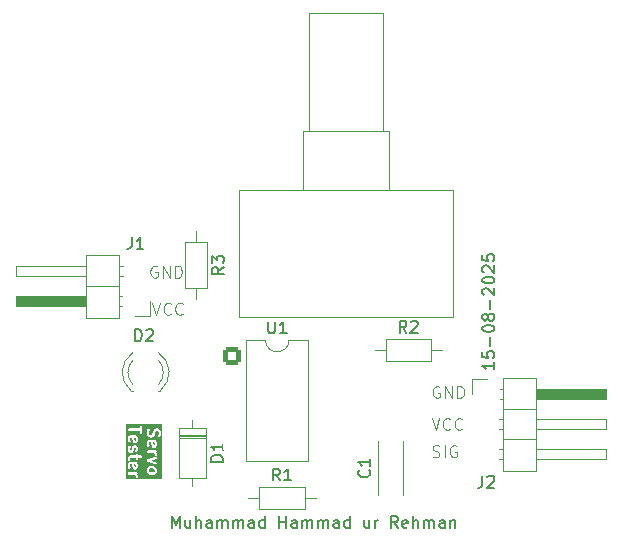
<source format=gto>
G04 #@! TF.GenerationSoftware,KiCad,Pcbnew,9.0.1*
G04 #@! TF.CreationDate,2025-08-17T13:01:09+05:00*
G04 #@! TF.ProjectId,servo_tester,73657276-6f5f-4746-9573-7465722e6b69,rev?*
G04 #@! TF.SameCoordinates,Original*
G04 #@! TF.FileFunction,Legend,Top*
G04 #@! TF.FilePolarity,Positive*
%FSLAX46Y46*%
G04 Gerber Fmt 4.6, Leading zero omitted, Abs format (unit mm)*
G04 Created by KiCad (PCBNEW 9.0.1) date 2025-08-17 13:01:09*
%MOMM*%
%LPD*%
G01*
G04 APERTURE LIST*
G04 Aperture macros list*
%AMRoundRect*
0 Rectangle with rounded corners*
0 $1 Rounding radius*
0 $2 $3 $4 $5 $6 $7 $8 $9 X,Y pos of 4 corners*
0 Add a 4 corners polygon primitive as box body*
4,1,4,$2,$3,$4,$5,$6,$7,$8,$9,$2,$3,0*
0 Add four circle primitives for the rounded corners*
1,1,$1+$1,$2,$3*
1,1,$1+$1,$4,$5*
1,1,$1+$1,$6,$7*
1,1,$1+$1,$8,$9*
0 Add four rect primitives between the rounded corners*
20,1,$1+$1,$2,$3,$4,$5,0*
20,1,$1+$1,$4,$5,$6,$7,0*
20,1,$1+$1,$6,$7,$8,$9,0*
20,1,$1+$1,$8,$9,$2,$3,0*%
G04 Aperture macros list end*
%ADD10C,0.200000*%
%ADD11C,0.100000*%
%ADD12C,0.150000*%
%ADD13C,0.120000*%
%ADD14C,1.400000*%
%ADD15O,1.400000X1.400000*%
%ADD16R,1.700000X1.700000*%
%ADD17C,1.700000*%
%ADD18R,1.600000X1.600000*%
%ADD19O,1.600000X1.600000*%
%ADD20RoundRect,0.250000X-0.550000X-0.550000X0.550000X-0.550000X0.550000X0.550000X-0.550000X0.550000X0*%
%ADD21C,1.600000*%
%ADD22R,1.800000X1.800000*%
%ADD23C,1.800000*%
%ADD24R,3.000000X3.000000*%
%ADD25C,3.000000*%
G04 APERTURE END LIST*
D10*
G36*
X133954917Y-100063139D02*
G01*
X133979586Y-100087807D01*
X134009391Y-100147417D01*
X134009391Y-100243060D01*
X133979586Y-100302669D01*
X133954917Y-100327337D01*
X133895308Y-100357143D01*
X133656808Y-100357143D01*
X133597198Y-100327338D01*
X133572527Y-100302667D01*
X133542724Y-100243060D01*
X133542724Y-100147416D01*
X133572527Y-100087809D01*
X133597198Y-100063138D01*
X133656808Y-100033334D01*
X133895308Y-100033334D01*
X133954917Y-100063139D01*
G37*
G36*
X132377292Y-99674536D02*
G01*
X132399447Y-99718845D01*
X132399447Y-99862107D01*
X132377292Y-99906415D01*
X132342391Y-99923866D01*
X132288094Y-99652381D01*
X132332983Y-99652381D01*
X132377292Y-99674536D01*
G37*
G36*
X133987236Y-97817393D02*
G01*
X134009391Y-97861702D01*
X134009391Y-98004964D01*
X133987236Y-98049272D01*
X133952335Y-98066723D01*
X133898038Y-97795238D01*
X133942927Y-97795238D01*
X133987236Y-97817393D01*
G37*
G36*
X132377292Y-97436440D02*
G01*
X132399447Y-97480749D01*
X132399447Y-97624011D01*
X132377292Y-97668319D01*
X132342391Y-97685770D01*
X132288094Y-97414285D01*
X132332983Y-97414285D01*
X132377292Y-97436440D01*
G37*
G36*
X134653835Y-100952047D02*
G01*
X131621669Y-100952047D01*
X131621669Y-100437634D01*
X131734701Y-100437634D01*
X131734701Y-100476652D01*
X131749633Y-100512700D01*
X131777223Y-100540290D01*
X131813271Y-100555222D01*
X131832780Y-100557143D01*
X132285364Y-100557143D01*
X132344973Y-100586948D01*
X132369642Y-100611616D01*
X132399447Y-100671226D01*
X132399447Y-100742857D01*
X132401368Y-100762366D01*
X132416300Y-100798414D01*
X132443890Y-100826004D01*
X132479938Y-100840936D01*
X132518956Y-100840936D01*
X132555004Y-100826004D01*
X132582594Y-100798414D01*
X132597526Y-100762366D01*
X132599447Y-100742857D01*
X132599447Y-100647619D01*
X132597526Y-100628110D01*
X132596150Y-100624789D01*
X132595896Y-100621206D01*
X132588890Y-100602897D01*
X132556725Y-100538568D01*
X132582594Y-100512700D01*
X132597526Y-100476652D01*
X132597526Y-100437634D01*
X132582594Y-100401586D01*
X132555004Y-100373996D01*
X132518956Y-100359064D01*
X132499447Y-100357143D01*
X131832780Y-100357143D01*
X131813271Y-100359064D01*
X131777223Y-100373996D01*
X131749633Y-100401586D01*
X131734701Y-100437634D01*
X131621669Y-100437634D01*
X131621669Y-99695238D01*
X131732780Y-99695238D01*
X131732780Y-99885714D01*
X131734701Y-99905223D01*
X131736076Y-99908542D01*
X131736331Y-99912128D01*
X131743338Y-99930436D01*
X131790958Y-100025674D01*
X131801401Y-100042265D01*
X131830878Y-100067829D01*
X131867894Y-100080167D01*
X131906814Y-100077401D01*
X131941712Y-100059952D01*
X131967277Y-100030475D01*
X131979615Y-99993459D01*
X131976849Y-99954539D01*
X131969842Y-99936230D01*
X131932780Y-99862107D01*
X131932780Y-99718844D01*
X131954934Y-99674536D01*
X131999245Y-99652381D01*
X132084134Y-99652381D01*
X132163273Y-100048077D01*
X132163273Y-100048080D01*
X132163274Y-100048082D01*
X132163294Y-100048182D01*
X132169004Y-100066936D01*
X132174455Y-100075076D01*
X132178205Y-100084128D01*
X132185206Y-100091129D01*
X132190715Y-100099355D01*
X132198866Y-100104789D01*
X132205795Y-100111718D01*
X132214942Y-100115507D01*
X132223180Y-100120999D01*
X132232790Y-100122900D01*
X132241843Y-100126650D01*
X132261352Y-100128571D01*
X132261457Y-100128571D01*
X132356590Y-100128571D01*
X132376099Y-100126650D01*
X132379419Y-100125274D01*
X132383003Y-100125020D01*
X132386165Y-100123810D01*
X133342724Y-100123810D01*
X133342724Y-100266667D01*
X133344645Y-100286176D01*
X133346020Y-100289495D01*
X133346275Y-100293081D01*
X133353282Y-100311389D01*
X133400902Y-100406627D01*
X133406186Y-100415022D01*
X133407197Y-100417462D01*
X133409450Y-100420207D01*
X133411345Y-100423218D01*
X133413341Y-100424949D01*
X133419633Y-100432616D01*
X133467252Y-100480234D01*
X133474918Y-100486526D01*
X133476651Y-100488524D01*
X133479659Y-100490417D01*
X133482405Y-100492671D01*
X133484845Y-100493681D01*
X133493242Y-100498967D01*
X133588479Y-100546586D01*
X133606788Y-100553592D01*
X133610371Y-100553846D01*
X133613692Y-100555222D01*
X133633201Y-100557143D01*
X133918915Y-100557143D01*
X133938424Y-100555222D01*
X133941744Y-100553846D01*
X133945328Y-100553592D01*
X133963636Y-100546586D01*
X134058874Y-100498967D01*
X134067270Y-100493681D01*
X134069710Y-100492671D01*
X134072456Y-100490417D01*
X134075464Y-100488524D01*
X134077193Y-100486529D01*
X134084864Y-100480235D01*
X134132482Y-100432616D01*
X134138774Y-100424949D01*
X134140772Y-100423217D01*
X134142665Y-100420208D01*
X134144919Y-100417463D01*
X134145929Y-100415022D01*
X134151215Y-100406626D01*
X134198834Y-100311389D01*
X134205840Y-100293080D01*
X134206094Y-100289496D01*
X134207470Y-100286176D01*
X134209391Y-100266667D01*
X134209391Y-100123810D01*
X134207470Y-100104301D01*
X134206094Y-100100980D01*
X134205840Y-100097397D01*
X134198834Y-100079088D01*
X134151215Y-99983851D01*
X134145929Y-99975454D01*
X134144919Y-99973014D01*
X134142665Y-99970268D01*
X134140772Y-99967260D01*
X134138774Y-99965527D01*
X134132482Y-99957861D01*
X134084864Y-99910242D01*
X134077193Y-99903947D01*
X134075464Y-99901953D01*
X134072456Y-99900059D01*
X134069710Y-99897806D01*
X134067270Y-99896795D01*
X134058874Y-99891510D01*
X133963636Y-99843891D01*
X133945328Y-99836885D01*
X133941744Y-99836630D01*
X133938424Y-99835255D01*
X133918915Y-99833334D01*
X133633201Y-99833334D01*
X133613692Y-99835255D01*
X133610371Y-99836630D01*
X133606788Y-99836885D01*
X133588479Y-99843891D01*
X133493242Y-99891510D01*
X133484845Y-99896795D01*
X133482405Y-99897806D01*
X133479659Y-99900059D01*
X133476651Y-99901953D01*
X133474918Y-99903950D01*
X133467252Y-99910243D01*
X133419633Y-99957861D01*
X133413341Y-99965527D01*
X133411345Y-99967259D01*
X133409450Y-99970269D01*
X133407197Y-99973015D01*
X133406186Y-99975454D01*
X133400902Y-99983850D01*
X133353282Y-100079088D01*
X133346275Y-100097396D01*
X133346020Y-100100981D01*
X133344645Y-100104301D01*
X133342724Y-100123810D01*
X132386165Y-100123810D01*
X132401311Y-100118014D01*
X132496549Y-100070395D01*
X132499812Y-100068341D01*
X132501351Y-100067828D01*
X132503267Y-100066165D01*
X132513139Y-100059952D01*
X132521352Y-100050481D01*
X132530828Y-100042264D01*
X132537042Y-100032390D01*
X132538704Y-100030475D01*
X132539216Y-100028936D01*
X132541271Y-100025673D01*
X132588890Y-99930436D01*
X132595896Y-99912127D01*
X132596150Y-99908543D01*
X132597526Y-99905223D01*
X132599447Y-99885714D01*
X132599447Y-99695238D01*
X132597526Y-99675729D01*
X132596150Y-99672408D01*
X132595896Y-99668825D01*
X132588890Y-99650516D01*
X132541271Y-99555279D01*
X132539216Y-99552015D01*
X132538704Y-99550477D01*
X132537042Y-99548561D01*
X132530828Y-99538688D01*
X132521352Y-99530470D01*
X132513139Y-99521000D01*
X132503267Y-99514786D01*
X132501351Y-99513124D01*
X132499812Y-99512610D01*
X132496549Y-99510557D01*
X132401311Y-99462938D01*
X132383003Y-99455932D01*
X132379419Y-99455677D01*
X132376099Y-99454302D01*
X132356590Y-99452381D01*
X131975638Y-99452381D01*
X131956129Y-99454302D01*
X131952808Y-99455677D01*
X131949225Y-99455932D01*
X131930916Y-99462938D01*
X131835679Y-99510557D01*
X131832417Y-99512609D01*
X131830878Y-99513123D01*
X131828960Y-99514785D01*
X131819088Y-99521000D01*
X131810873Y-99530472D01*
X131801401Y-99538687D01*
X131795186Y-99548559D01*
X131793524Y-99550477D01*
X131793010Y-99552016D01*
X131790958Y-99555278D01*
X131743338Y-99650516D01*
X131736331Y-99668824D01*
X131736076Y-99672409D01*
X131734701Y-99675729D01*
X131732780Y-99695238D01*
X131621669Y-99695238D01*
X131621669Y-99171428D01*
X131732780Y-99171428D01*
X131732780Y-99266666D01*
X131734701Y-99286175D01*
X131749633Y-99322223D01*
X131777223Y-99349813D01*
X131813271Y-99364745D01*
X131852289Y-99364745D01*
X131888337Y-99349813D01*
X131915927Y-99322223D01*
X131930859Y-99286175D01*
X131932780Y-99266666D01*
X131932780Y-99195034D01*
X131954934Y-99150726D01*
X131999245Y-99128571D01*
X132399447Y-99128571D01*
X132399447Y-99266666D01*
X132401368Y-99286175D01*
X132416300Y-99322223D01*
X132443890Y-99349813D01*
X132479938Y-99364745D01*
X132518956Y-99364745D01*
X132555004Y-99349813D01*
X132557527Y-99347290D01*
X133343797Y-99347290D01*
X133344523Y-99361905D01*
X133343797Y-99376520D01*
X133345485Y-99381248D01*
X133345735Y-99386260D01*
X133351996Y-99399478D01*
X133356920Y-99413265D01*
X133360290Y-99416987D01*
X133362438Y-99421522D01*
X133373286Y-99431342D01*
X133383107Y-99442191D01*
X133387641Y-99444338D01*
X133391364Y-99447709D01*
X133409090Y-99456079D01*
X134075757Y-99694174D01*
X134094776Y-99698927D01*
X134133746Y-99696989D01*
X134169008Y-99680286D01*
X134195194Y-99651360D01*
X134208317Y-99614615D01*
X134206380Y-99575645D01*
X134189676Y-99540383D01*
X134160751Y-99514196D01*
X134143024Y-99505826D01*
X133740045Y-99361905D01*
X134143024Y-99217984D01*
X134160751Y-99209614D01*
X134189676Y-99183427D01*
X134206380Y-99148165D01*
X134208317Y-99109195D01*
X134195194Y-99072450D01*
X134169008Y-99043524D01*
X134133746Y-99026821D01*
X134094776Y-99024883D01*
X134075757Y-99029636D01*
X133409090Y-99267731D01*
X133391364Y-99276101D01*
X133387641Y-99279471D01*
X133383107Y-99281619D01*
X133373286Y-99292467D01*
X133362438Y-99302288D01*
X133360290Y-99306822D01*
X133356920Y-99310545D01*
X133351996Y-99324331D01*
X133345735Y-99337550D01*
X133345485Y-99342561D01*
X133343797Y-99347290D01*
X132557527Y-99347290D01*
X132582594Y-99322223D01*
X132597526Y-99286175D01*
X132599447Y-99266666D01*
X132599447Y-99128571D01*
X132832780Y-99128571D01*
X132852289Y-99126650D01*
X132888337Y-99111718D01*
X132915927Y-99084128D01*
X132930859Y-99048080D01*
X132930859Y-99009062D01*
X132915927Y-98973014D01*
X132888337Y-98945424D01*
X132852289Y-98930492D01*
X132832780Y-98928571D01*
X132599447Y-98928571D01*
X132599447Y-98885714D01*
X132597526Y-98866205D01*
X132582594Y-98830157D01*
X132555004Y-98802567D01*
X132518956Y-98787635D01*
X132479938Y-98787635D01*
X132443890Y-98802567D01*
X132416300Y-98830157D01*
X132401368Y-98866205D01*
X132399447Y-98885714D01*
X132399447Y-98928571D01*
X131975638Y-98928571D01*
X131956129Y-98930492D01*
X131952808Y-98931867D01*
X131949225Y-98932122D01*
X131930916Y-98939128D01*
X131835679Y-98986747D01*
X131832417Y-98988799D01*
X131830878Y-98989313D01*
X131828960Y-98990975D01*
X131819088Y-98997190D01*
X131810873Y-99006662D01*
X131801401Y-99014877D01*
X131795186Y-99024749D01*
X131793524Y-99026667D01*
X131793010Y-99028206D01*
X131790958Y-99031468D01*
X131743338Y-99126706D01*
X131736331Y-99145014D01*
X131736076Y-99148599D01*
X131734701Y-99151919D01*
X131732780Y-99171428D01*
X131621669Y-99171428D01*
X131621669Y-98266666D01*
X131732780Y-98266666D01*
X131732780Y-98457142D01*
X131734701Y-98476651D01*
X131736076Y-98479970D01*
X131736331Y-98483556D01*
X131743338Y-98501864D01*
X131790958Y-98597102D01*
X131793010Y-98600363D01*
X131793524Y-98601903D01*
X131795186Y-98603820D01*
X131801401Y-98613693D01*
X131810873Y-98621907D01*
X131819088Y-98631380D01*
X131828960Y-98637594D01*
X131830878Y-98639257D01*
X131832417Y-98639770D01*
X131835679Y-98641823D01*
X131930916Y-98689442D01*
X131949225Y-98696448D01*
X131952808Y-98696702D01*
X131956129Y-98698078D01*
X131975638Y-98699999D01*
X132023257Y-98699999D01*
X132042766Y-98698078D01*
X132046086Y-98696702D01*
X132049670Y-98696448D01*
X132067978Y-98689442D01*
X132163216Y-98641823D01*
X132166479Y-98639769D01*
X132168018Y-98639256D01*
X132169934Y-98637593D01*
X132179806Y-98631380D01*
X132188019Y-98621909D01*
X132197495Y-98613692D01*
X132203709Y-98603818D01*
X132205371Y-98601903D01*
X132205883Y-98600364D01*
X132207938Y-98597101D01*
X132255557Y-98501864D01*
X132262563Y-98483555D01*
X132262817Y-98479971D01*
X132264193Y-98476651D01*
X132266114Y-98457142D01*
X132266114Y-98337892D01*
X132288269Y-98293582D01*
X132332578Y-98271428D01*
X132332983Y-98271428D01*
X132377292Y-98293583D01*
X132399447Y-98337892D01*
X132399447Y-98433535D01*
X132362385Y-98507659D01*
X132355379Y-98525967D01*
X132352613Y-98564887D01*
X132364952Y-98601903D01*
X132390516Y-98631380D01*
X132425415Y-98648829D01*
X132464335Y-98651595D01*
X132501351Y-98639256D01*
X132530828Y-98613692D01*
X132541271Y-98597101D01*
X132549576Y-98580491D01*
X133344645Y-98580491D01*
X133344645Y-98619509D01*
X133359577Y-98655557D01*
X133387167Y-98683147D01*
X133423215Y-98698079D01*
X133442724Y-98700000D01*
X133895308Y-98700000D01*
X133954917Y-98729805D01*
X133979586Y-98754473D01*
X134009391Y-98814083D01*
X134009391Y-98885714D01*
X134011312Y-98905223D01*
X134026244Y-98941271D01*
X134053834Y-98968861D01*
X134089882Y-98983793D01*
X134128900Y-98983793D01*
X134164948Y-98968861D01*
X134192538Y-98941271D01*
X134207470Y-98905223D01*
X134209391Y-98885714D01*
X134209391Y-98790476D01*
X134207470Y-98770967D01*
X134206094Y-98767646D01*
X134205840Y-98764063D01*
X134198834Y-98745754D01*
X134166669Y-98681425D01*
X134192538Y-98655557D01*
X134207470Y-98619509D01*
X134207470Y-98580491D01*
X134192538Y-98544443D01*
X134164948Y-98516853D01*
X134128900Y-98501921D01*
X134109391Y-98500000D01*
X133442724Y-98500000D01*
X133423215Y-98501921D01*
X133387167Y-98516853D01*
X133359577Y-98544443D01*
X133344645Y-98580491D01*
X132549576Y-98580491D01*
X132588890Y-98501864D01*
X132595896Y-98483555D01*
X132596150Y-98479971D01*
X132597526Y-98476651D01*
X132599447Y-98457142D01*
X132599447Y-98314285D01*
X132597526Y-98294776D01*
X132596150Y-98291455D01*
X132595896Y-98287872D01*
X132588890Y-98269563D01*
X132541271Y-98174326D01*
X132539216Y-98171062D01*
X132538704Y-98169524D01*
X132537042Y-98167608D01*
X132530828Y-98157735D01*
X132521352Y-98149517D01*
X132513139Y-98140047D01*
X132503267Y-98133833D01*
X132501351Y-98132171D01*
X132499812Y-98131657D01*
X132496549Y-98129604D01*
X132401311Y-98081985D01*
X132383003Y-98074979D01*
X132379419Y-98074724D01*
X132376099Y-98073349D01*
X132356590Y-98071428D01*
X132308971Y-98071428D01*
X132289462Y-98073349D01*
X132286141Y-98074724D01*
X132282558Y-98074979D01*
X132264249Y-98081985D01*
X132169012Y-98129604D01*
X132165748Y-98131658D01*
X132164210Y-98132171D01*
X132162294Y-98133832D01*
X132152421Y-98140047D01*
X132144203Y-98149522D01*
X132134733Y-98157736D01*
X132128519Y-98167607D01*
X132126857Y-98169524D01*
X132126343Y-98171062D01*
X132124290Y-98174326D01*
X132076671Y-98269564D01*
X132069665Y-98287872D01*
X132069410Y-98291455D01*
X132068035Y-98294776D01*
X132066114Y-98314285D01*
X132066114Y-98433535D01*
X132043959Y-98477843D01*
X131999650Y-98499999D01*
X131999245Y-98499999D01*
X131954934Y-98477843D01*
X131932780Y-98433535D01*
X131932780Y-98290272D01*
X131969842Y-98216150D01*
X131976849Y-98197841D01*
X131979615Y-98158921D01*
X131967277Y-98121905D01*
X131941712Y-98092428D01*
X131906814Y-98074979D01*
X131867894Y-98072213D01*
X131830878Y-98084551D01*
X131801401Y-98110115D01*
X131790958Y-98126706D01*
X131743338Y-98221944D01*
X131736331Y-98240252D01*
X131736076Y-98243837D01*
X131734701Y-98247157D01*
X131732780Y-98266666D01*
X131621669Y-98266666D01*
X131621669Y-97457142D01*
X131732780Y-97457142D01*
X131732780Y-97647618D01*
X131734701Y-97667127D01*
X131736076Y-97670446D01*
X131736331Y-97674032D01*
X131743338Y-97692340D01*
X131790958Y-97787578D01*
X131801401Y-97804169D01*
X131830878Y-97829733D01*
X131867894Y-97842071D01*
X131906814Y-97839305D01*
X131941712Y-97821856D01*
X131967277Y-97792379D01*
X131979615Y-97755363D01*
X131976849Y-97716443D01*
X131969842Y-97698134D01*
X131932780Y-97624011D01*
X131932780Y-97480748D01*
X131954934Y-97436440D01*
X131999245Y-97414285D01*
X132084134Y-97414285D01*
X132163273Y-97809981D01*
X132163273Y-97809984D01*
X132163274Y-97809986D01*
X132163294Y-97810086D01*
X132169004Y-97828840D01*
X132174455Y-97836980D01*
X132178205Y-97846032D01*
X132185206Y-97853033D01*
X132190715Y-97861259D01*
X132198866Y-97866693D01*
X132205795Y-97873622D01*
X132214942Y-97877411D01*
X132223180Y-97882903D01*
X132232790Y-97884804D01*
X132241843Y-97888554D01*
X132261352Y-97890475D01*
X132261457Y-97890475D01*
X132356590Y-97890475D01*
X132376099Y-97888554D01*
X132379419Y-97887178D01*
X132383003Y-97886924D01*
X132401311Y-97879918D01*
X132484957Y-97838095D01*
X133342724Y-97838095D01*
X133342724Y-98028571D01*
X133344645Y-98048080D01*
X133346020Y-98051399D01*
X133346275Y-98054985D01*
X133353282Y-98073293D01*
X133400902Y-98168531D01*
X133411345Y-98185122D01*
X133440822Y-98210686D01*
X133477838Y-98223024D01*
X133516758Y-98220258D01*
X133551656Y-98202809D01*
X133577221Y-98173332D01*
X133589559Y-98136316D01*
X133586793Y-98097396D01*
X133579786Y-98079087D01*
X133542724Y-98004964D01*
X133542724Y-97861701D01*
X133564878Y-97817393D01*
X133609189Y-97795238D01*
X133694078Y-97795238D01*
X133773217Y-98190934D01*
X133773217Y-98190937D01*
X133773218Y-98190939D01*
X133773238Y-98191039D01*
X133778948Y-98209793D01*
X133784399Y-98217933D01*
X133788149Y-98226985D01*
X133795150Y-98233986D01*
X133800659Y-98242212D01*
X133808810Y-98247646D01*
X133815739Y-98254575D01*
X133824886Y-98258364D01*
X133833124Y-98263856D01*
X133842734Y-98265757D01*
X133851787Y-98269507D01*
X133871296Y-98271428D01*
X133871401Y-98271428D01*
X133966534Y-98271428D01*
X133986043Y-98269507D01*
X133989363Y-98268131D01*
X133992947Y-98267877D01*
X134011255Y-98260871D01*
X134106493Y-98213252D01*
X134109756Y-98211198D01*
X134111295Y-98210685D01*
X134113211Y-98209022D01*
X134123083Y-98202809D01*
X134131296Y-98193338D01*
X134140772Y-98185121D01*
X134146986Y-98175247D01*
X134148648Y-98173332D01*
X134149160Y-98171793D01*
X134151215Y-98168530D01*
X134198834Y-98073293D01*
X134205840Y-98054984D01*
X134206094Y-98051400D01*
X134207470Y-98048080D01*
X134209391Y-98028571D01*
X134209391Y-97838095D01*
X134207470Y-97818586D01*
X134206094Y-97815265D01*
X134205840Y-97811682D01*
X134198834Y-97793373D01*
X134151215Y-97698136D01*
X134149160Y-97694872D01*
X134148648Y-97693334D01*
X134146986Y-97691418D01*
X134140772Y-97681545D01*
X134131296Y-97673327D01*
X134123083Y-97663857D01*
X134113211Y-97657643D01*
X134111295Y-97655981D01*
X134109756Y-97655467D01*
X134106493Y-97653414D01*
X134011255Y-97605795D01*
X133992947Y-97598789D01*
X133989363Y-97598534D01*
X133986043Y-97597159D01*
X133966534Y-97595238D01*
X133585582Y-97595238D01*
X133566073Y-97597159D01*
X133562752Y-97598534D01*
X133559169Y-97598789D01*
X133540860Y-97605795D01*
X133445623Y-97653414D01*
X133442361Y-97655466D01*
X133440822Y-97655980D01*
X133438904Y-97657642D01*
X133429032Y-97663857D01*
X133420817Y-97673329D01*
X133411345Y-97681544D01*
X133405130Y-97691416D01*
X133403468Y-97693334D01*
X133402954Y-97694873D01*
X133400902Y-97698135D01*
X133353282Y-97793373D01*
X133346275Y-97811681D01*
X133346020Y-97815266D01*
X133344645Y-97818586D01*
X133342724Y-97838095D01*
X132484957Y-97838095D01*
X132496549Y-97832299D01*
X132499812Y-97830245D01*
X132501351Y-97829732D01*
X132503267Y-97828069D01*
X132513139Y-97821856D01*
X132521352Y-97812385D01*
X132530828Y-97804168D01*
X132537042Y-97794294D01*
X132538704Y-97792379D01*
X132539216Y-97790840D01*
X132541271Y-97787577D01*
X132588890Y-97692340D01*
X132595896Y-97674031D01*
X132596150Y-97670447D01*
X132597526Y-97667127D01*
X132599447Y-97647618D01*
X132599447Y-97457142D01*
X132597526Y-97437633D01*
X132596150Y-97434312D01*
X132595896Y-97430729D01*
X132588890Y-97412420D01*
X132541271Y-97317183D01*
X132539216Y-97313919D01*
X132538704Y-97312381D01*
X132537042Y-97310465D01*
X132530828Y-97300592D01*
X132521352Y-97292374D01*
X132513139Y-97282904D01*
X132503267Y-97276690D01*
X132501351Y-97275028D01*
X132499812Y-97274514D01*
X132496549Y-97272461D01*
X132401311Y-97224842D01*
X132383003Y-97217836D01*
X132379419Y-97217581D01*
X132376099Y-97216206D01*
X132356590Y-97214285D01*
X131975638Y-97214285D01*
X131956129Y-97216206D01*
X131952808Y-97217581D01*
X131949225Y-97217836D01*
X131930916Y-97224842D01*
X131835679Y-97272461D01*
X131832417Y-97274513D01*
X131830878Y-97275027D01*
X131828960Y-97276689D01*
X131819088Y-97282904D01*
X131810873Y-97292376D01*
X131801401Y-97300591D01*
X131795186Y-97310463D01*
X131793524Y-97312381D01*
X131793010Y-97313920D01*
X131790958Y-97317182D01*
X131743338Y-97412420D01*
X131736331Y-97430728D01*
X131736076Y-97434313D01*
X131734701Y-97437633D01*
X131732780Y-97457142D01*
X131621669Y-97457142D01*
X131621669Y-96723347D01*
X131734701Y-96723347D01*
X131734701Y-96762365D01*
X131749633Y-96798413D01*
X131777223Y-96826003D01*
X131813271Y-96840935D01*
X131832780Y-96842856D01*
X132732780Y-96842856D01*
X132732780Y-97028570D01*
X132734701Y-97048079D01*
X132749633Y-97084127D01*
X132777223Y-97111717D01*
X132813271Y-97126649D01*
X132852289Y-97126649D01*
X132888337Y-97111717D01*
X132915927Y-97084127D01*
X132930859Y-97048079D01*
X132932780Y-97028570D01*
X132932780Y-96885714D01*
X133342724Y-96885714D01*
X133342724Y-97123809D01*
X133344645Y-97143318D01*
X133346020Y-97146637D01*
X133346275Y-97150223D01*
X133353282Y-97168531D01*
X133400902Y-97263769D01*
X133406186Y-97272164D01*
X133407197Y-97274604D01*
X133409450Y-97277349D01*
X133411345Y-97280360D01*
X133413341Y-97282091D01*
X133419633Y-97289758D01*
X133467252Y-97337376D01*
X133474918Y-97343668D01*
X133476651Y-97345666D01*
X133479659Y-97347559D01*
X133482405Y-97349813D01*
X133484845Y-97350823D01*
X133493242Y-97356109D01*
X133588479Y-97403728D01*
X133606788Y-97410734D01*
X133610371Y-97410988D01*
X133613692Y-97412364D01*
X133633201Y-97414285D01*
X133728439Y-97414285D01*
X133747948Y-97412364D01*
X133751268Y-97410988D01*
X133754852Y-97410734D01*
X133773160Y-97403728D01*
X133868398Y-97356109D01*
X133876794Y-97350823D01*
X133879234Y-97349813D01*
X133881980Y-97347559D01*
X133884988Y-97345666D01*
X133886717Y-97343671D01*
X133894388Y-97337377D01*
X133942006Y-97289758D01*
X133948298Y-97282091D01*
X133950296Y-97280359D01*
X133952189Y-97277350D01*
X133954443Y-97274605D01*
X133955453Y-97272164D01*
X133960739Y-97263768D01*
X134008358Y-97168531D01*
X134008904Y-97167102D01*
X134009334Y-97166523D01*
X134012255Y-97158346D01*
X134015364Y-97150222D01*
X134015415Y-97149501D01*
X134015929Y-97148063D01*
X134060885Y-96968237D01*
X134096339Y-96897330D01*
X134121007Y-96872661D01*
X134180617Y-96842857D01*
X134228641Y-96842857D01*
X134288250Y-96872662D01*
X134312919Y-96897330D01*
X134342724Y-96956940D01*
X134342724Y-97155201D01*
X134300237Y-97282662D01*
X134295890Y-97301778D01*
X134298656Y-97340698D01*
X134316106Y-97375597D01*
X134345582Y-97401162D01*
X134382598Y-97413500D01*
X134421518Y-97410734D01*
X134456417Y-97393284D01*
X134481982Y-97363808D01*
X134489973Y-97345908D01*
X134537592Y-97203051D01*
X134539791Y-97193378D01*
X134540803Y-97190937D01*
X134541151Y-97187399D01*
X134541939Y-97183936D01*
X134541751Y-97181301D01*
X134542724Y-97171428D01*
X134542724Y-96933333D01*
X134540803Y-96913824D01*
X134539427Y-96910503D01*
X134539173Y-96906920D01*
X134532167Y-96888611D01*
X134484548Y-96793374D01*
X134479262Y-96784977D01*
X134478252Y-96782537D01*
X134475998Y-96779791D01*
X134474105Y-96776783D01*
X134472107Y-96775050D01*
X134465815Y-96767384D01*
X134418197Y-96719765D01*
X134410526Y-96713470D01*
X134408797Y-96711476D01*
X134405789Y-96709582D01*
X134403043Y-96707329D01*
X134400603Y-96706318D01*
X134392207Y-96701033D01*
X134296969Y-96653414D01*
X134278661Y-96646408D01*
X134275077Y-96646153D01*
X134271757Y-96644778D01*
X134252248Y-96642857D01*
X134157010Y-96642857D01*
X134137501Y-96644778D01*
X134134180Y-96646153D01*
X134130597Y-96646408D01*
X134112288Y-96653414D01*
X134017051Y-96701033D01*
X134008654Y-96706318D01*
X134006214Y-96707329D01*
X134003468Y-96709582D01*
X134000460Y-96711476D01*
X133998727Y-96713473D01*
X133991061Y-96719766D01*
X133943442Y-96767384D01*
X133937147Y-96775054D01*
X133935153Y-96776784D01*
X133933259Y-96779791D01*
X133931006Y-96782538D01*
X133929995Y-96784977D01*
X133924710Y-96793374D01*
X133877091Y-96888612D01*
X133876545Y-96890038D01*
X133876115Y-96890619D01*
X133873193Y-96898795D01*
X133870085Y-96906920D01*
X133870033Y-96907642D01*
X133869520Y-96909080D01*
X133824563Y-97088904D01*
X133789110Y-97159811D01*
X133764441Y-97184479D01*
X133704832Y-97214285D01*
X133656808Y-97214285D01*
X133597198Y-97184480D01*
X133572527Y-97159809D01*
X133542724Y-97100202D01*
X133542724Y-96901941D01*
X133585212Y-96774480D01*
X133589559Y-96755365D01*
X133586793Y-96716445D01*
X133569344Y-96681546D01*
X133539868Y-96655981D01*
X133502852Y-96643642D01*
X133463932Y-96646408D01*
X133429033Y-96663857D01*
X133403468Y-96693333D01*
X133395476Y-96711233D01*
X133347856Y-96854091D01*
X133345656Y-96863763D01*
X133344645Y-96866205D01*
X133344296Y-96869742D01*
X133343509Y-96873206D01*
X133343696Y-96875840D01*
X133342724Y-96885714D01*
X132932780Y-96885714D01*
X132932780Y-96457142D01*
X132930859Y-96437633D01*
X132915927Y-96401585D01*
X132888337Y-96373995D01*
X132852289Y-96359063D01*
X132813271Y-96359063D01*
X132777223Y-96373995D01*
X132749633Y-96401585D01*
X132734701Y-96437633D01*
X132732780Y-96457142D01*
X132732780Y-96642856D01*
X131832780Y-96642856D01*
X131813271Y-96644777D01*
X131777223Y-96659709D01*
X131749633Y-96687299D01*
X131734701Y-96723347D01*
X131621669Y-96723347D01*
X131621669Y-96247952D01*
X134653835Y-96247952D01*
X134653835Y-100952047D01*
G37*
D11*
X157461027Y-95762475D02*
X157794360Y-96762475D01*
X157794360Y-96762475D02*
X158127693Y-95762475D01*
X159032455Y-96667236D02*
X158984836Y-96714856D01*
X158984836Y-96714856D02*
X158841979Y-96762475D01*
X158841979Y-96762475D02*
X158746741Y-96762475D01*
X158746741Y-96762475D02*
X158603884Y-96714856D01*
X158603884Y-96714856D02*
X158508646Y-96619617D01*
X158508646Y-96619617D02*
X158461027Y-96524379D01*
X158461027Y-96524379D02*
X158413408Y-96333903D01*
X158413408Y-96333903D02*
X158413408Y-96191046D01*
X158413408Y-96191046D02*
X158461027Y-96000570D01*
X158461027Y-96000570D02*
X158508646Y-95905332D01*
X158508646Y-95905332D02*
X158603884Y-95810094D01*
X158603884Y-95810094D02*
X158746741Y-95762475D01*
X158746741Y-95762475D02*
X158841979Y-95762475D01*
X158841979Y-95762475D02*
X158984836Y-95810094D01*
X158984836Y-95810094D02*
X159032455Y-95857713D01*
X160032455Y-96667236D02*
X159984836Y-96714856D01*
X159984836Y-96714856D02*
X159841979Y-96762475D01*
X159841979Y-96762475D02*
X159746741Y-96762475D01*
X159746741Y-96762475D02*
X159603884Y-96714856D01*
X159603884Y-96714856D02*
X159508646Y-96619617D01*
X159508646Y-96619617D02*
X159461027Y-96524379D01*
X159461027Y-96524379D02*
X159413408Y-96333903D01*
X159413408Y-96333903D02*
X159413408Y-96191046D01*
X159413408Y-96191046D02*
X159461027Y-96000570D01*
X159461027Y-96000570D02*
X159508646Y-95905332D01*
X159508646Y-95905332D02*
X159603884Y-95810094D01*
X159603884Y-95810094D02*
X159746741Y-95762475D01*
X159746741Y-95762475D02*
X159841979Y-95762475D01*
X159841979Y-95762475D02*
X159984836Y-95810094D01*
X159984836Y-95810094D02*
X160032455Y-95857713D01*
X158127693Y-93120038D02*
X158032455Y-93072419D01*
X158032455Y-93072419D02*
X157889598Y-93072419D01*
X157889598Y-93072419D02*
X157746741Y-93120038D01*
X157746741Y-93120038D02*
X157651503Y-93215276D01*
X157651503Y-93215276D02*
X157603884Y-93310514D01*
X157603884Y-93310514D02*
X157556265Y-93500990D01*
X157556265Y-93500990D02*
X157556265Y-93643847D01*
X157556265Y-93643847D02*
X157603884Y-93834323D01*
X157603884Y-93834323D02*
X157651503Y-93929561D01*
X157651503Y-93929561D02*
X157746741Y-94024800D01*
X157746741Y-94024800D02*
X157889598Y-94072419D01*
X157889598Y-94072419D02*
X157984836Y-94072419D01*
X157984836Y-94072419D02*
X158127693Y-94024800D01*
X158127693Y-94024800D02*
X158175312Y-93977180D01*
X158175312Y-93977180D02*
X158175312Y-93643847D01*
X158175312Y-93643847D02*
X157984836Y-93643847D01*
X158603884Y-94072419D02*
X158603884Y-93072419D01*
X158603884Y-93072419D02*
X159175312Y-94072419D01*
X159175312Y-94072419D02*
X159175312Y-93072419D01*
X159651503Y-94072419D02*
X159651503Y-93072419D01*
X159651503Y-93072419D02*
X159889598Y-93072419D01*
X159889598Y-93072419D02*
X160032455Y-93120038D01*
X160032455Y-93120038D02*
X160127693Y-93215276D01*
X160127693Y-93215276D02*
X160175312Y-93310514D01*
X160175312Y-93310514D02*
X160222931Y-93500990D01*
X160222931Y-93500990D02*
X160222931Y-93643847D01*
X160222931Y-93643847D02*
X160175312Y-93834323D01*
X160175312Y-93834323D02*
X160127693Y-93929561D01*
X160127693Y-93929561D02*
X160032455Y-94024800D01*
X160032455Y-94024800D02*
X159889598Y-94072419D01*
X159889598Y-94072419D02*
X159651503Y-94072419D01*
D12*
X162769819Y-91039411D02*
X162769819Y-91610839D01*
X162769819Y-91325125D02*
X161769819Y-91325125D01*
X161769819Y-91325125D02*
X161912676Y-91420363D01*
X161912676Y-91420363D02*
X162007914Y-91515601D01*
X162007914Y-91515601D02*
X162055533Y-91610839D01*
X161769819Y-90134649D02*
X161769819Y-90610839D01*
X161769819Y-90610839D02*
X162246009Y-90658458D01*
X162246009Y-90658458D02*
X162198390Y-90610839D01*
X162198390Y-90610839D02*
X162150771Y-90515601D01*
X162150771Y-90515601D02*
X162150771Y-90277506D01*
X162150771Y-90277506D02*
X162198390Y-90182268D01*
X162198390Y-90182268D02*
X162246009Y-90134649D01*
X162246009Y-90134649D02*
X162341247Y-90087030D01*
X162341247Y-90087030D02*
X162579342Y-90087030D01*
X162579342Y-90087030D02*
X162674580Y-90134649D01*
X162674580Y-90134649D02*
X162722200Y-90182268D01*
X162722200Y-90182268D02*
X162769819Y-90277506D01*
X162769819Y-90277506D02*
X162769819Y-90515601D01*
X162769819Y-90515601D02*
X162722200Y-90610839D01*
X162722200Y-90610839D02*
X162674580Y-90658458D01*
X162388866Y-89658458D02*
X162388866Y-88896554D01*
X161769819Y-88229887D02*
X161769819Y-88134649D01*
X161769819Y-88134649D02*
X161817438Y-88039411D01*
X161817438Y-88039411D02*
X161865057Y-87991792D01*
X161865057Y-87991792D02*
X161960295Y-87944173D01*
X161960295Y-87944173D02*
X162150771Y-87896554D01*
X162150771Y-87896554D02*
X162388866Y-87896554D01*
X162388866Y-87896554D02*
X162579342Y-87944173D01*
X162579342Y-87944173D02*
X162674580Y-87991792D01*
X162674580Y-87991792D02*
X162722200Y-88039411D01*
X162722200Y-88039411D02*
X162769819Y-88134649D01*
X162769819Y-88134649D02*
X162769819Y-88229887D01*
X162769819Y-88229887D02*
X162722200Y-88325125D01*
X162722200Y-88325125D02*
X162674580Y-88372744D01*
X162674580Y-88372744D02*
X162579342Y-88420363D01*
X162579342Y-88420363D02*
X162388866Y-88467982D01*
X162388866Y-88467982D02*
X162150771Y-88467982D01*
X162150771Y-88467982D02*
X161960295Y-88420363D01*
X161960295Y-88420363D02*
X161865057Y-88372744D01*
X161865057Y-88372744D02*
X161817438Y-88325125D01*
X161817438Y-88325125D02*
X161769819Y-88229887D01*
X162198390Y-87325125D02*
X162150771Y-87420363D01*
X162150771Y-87420363D02*
X162103152Y-87467982D01*
X162103152Y-87467982D02*
X162007914Y-87515601D01*
X162007914Y-87515601D02*
X161960295Y-87515601D01*
X161960295Y-87515601D02*
X161865057Y-87467982D01*
X161865057Y-87467982D02*
X161817438Y-87420363D01*
X161817438Y-87420363D02*
X161769819Y-87325125D01*
X161769819Y-87325125D02*
X161769819Y-87134649D01*
X161769819Y-87134649D02*
X161817438Y-87039411D01*
X161817438Y-87039411D02*
X161865057Y-86991792D01*
X161865057Y-86991792D02*
X161960295Y-86944173D01*
X161960295Y-86944173D02*
X162007914Y-86944173D01*
X162007914Y-86944173D02*
X162103152Y-86991792D01*
X162103152Y-86991792D02*
X162150771Y-87039411D01*
X162150771Y-87039411D02*
X162198390Y-87134649D01*
X162198390Y-87134649D02*
X162198390Y-87325125D01*
X162198390Y-87325125D02*
X162246009Y-87420363D01*
X162246009Y-87420363D02*
X162293628Y-87467982D01*
X162293628Y-87467982D02*
X162388866Y-87515601D01*
X162388866Y-87515601D02*
X162579342Y-87515601D01*
X162579342Y-87515601D02*
X162674580Y-87467982D01*
X162674580Y-87467982D02*
X162722200Y-87420363D01*
X162722200Y-87420363D02*
X162769819Y-87325125D01*
X162769819Y-87325125D02*
X162769819Y-87134649D01*
X162769819Y-87134649D02*
X162722200Y-87039411D01*
X162722200Y-87039411D02*
X162674580Y-86991792D01*
X162674580Y-86991792D02*
X162579342Y-86944173D01*
X162579342Y-86944173D02*
X162388866Y-86944173D01*
X162388866Y-86944173D02*
X162293628Y-86991792D01*
X162293628Y-86991792D02*
X162246009Y-87039411D01*
X162246009Y-87039411D02*
X162198390Y-87134649D01*
X162388866Y-86515601D02*
X162388866Y-85753697D01*
X161865057Y-85325125D02*
X161817438Y-85277506D01*
X161817438Y-85277506D02*
X161769819Y-85182268D01*
X161769819Y-85182268D02*
X161769819Y-84944173D01*
X161769819Y-84944173D02*
X161817438Y-84848935D01*
X161817438Y-84848935D02*
X161865057Y-84801316D01*
X161865057Y-84801316D02*
X161960295Y-84753697D01*
X161960295Y-84753697D02*
X162055533Y-84753697D01*
X162055533Y-84753697D02*
X162198390Y-84801316D01*
X162198390Y-84801316D02*
X162769819Y-85372744D01*
X162769819Y-85372744D02*
X162769819Y-84753697D01*
X161769819Y-84134649D02*
X161769819Y-84039411D01*
X161769819Y-84039411D02*
X161817438Y-83944173D01*
X161817438Y-83944173D02*
X161865057Y-83896554D01*
X161865057Y-83896554D02*
X161960295Y-83848935D01*
X161960295Y-83848935D02*
X162150771Y-83801316D01*
X162150771Y-83801316D02*
X162388866Y-83801316D01*
X162388866Y-83801316D02*
X162579342Y-83848935D01*
X162579342Y-83848935D02*
X162674580Y-83896554D01*
X162674580Y-83896554D02*
X162722200Y-83944173D01*
X162722200Y-83944173D02*
X162769819Y-84039411D01*
X162769819Y-84039411D02*
X162769819Y-84134649D01*
X162769819Y-84134649D02*
X162722200Y-84229887D01*
X162722200Y-84229887D02*
X162674580Y-84277506D01*
X162674580Y-84277506D02*
X162579342Y-84325125D01*
X162579342Y-84325125D02*
X162388866Y-84372744D01*
X162388866Y-84372744D02*
X162150771Y-84372744D01*
X162150771Y-84372744D02*
X161960295Y-84325125D01*
X161960295Y-84325125D02*
X161865057Y-84277506D01*
X161865057Y-84277506D02*
X161817438Y-84229887D01*
X161817438Y-84229887D02*
X161769819Y-84134649D01*
X161865057Y-83420363D02*
X161817438Y-83372744D01*
X161817438Y-83372744D02*
X161769819Y-83277506D01*
X161769819Y-83277506D02*
X161769819Y-83039411D01*
X161769819Y-83039411D02*
X161817438Y-82944173D01*
X161817438Y-82944173D02*
X161865057Y-82896554D01*
X161865057Y-82896554D02*
X161960295Y-82848935D01*
X161960295Y-82848935D02*
X162055533Y-82848935D01*
X162055533Y-82848935D02*
X162198390Y-82896554D01*
X162198390Y-82896554D02*
X162769819Y-83467982D01*
X162769819Y-83467982D02*
X162769819Y-82848935D01*
X161769819Y-81944173D02*
X161769819Y-82420363D01*
X161769819Y-82420363D02*
X162246009Y-82467982D01*
X162246009Y-82467982D02*
X162198390Y-82420363D01*
X162198390Y-82420363D02*
X162150771Y-82325125D01*
X162150771Y-82325125D02*
X162150771Y-82087030D01*
X162150771Y-82087030D02*
X162198390Y-81991792D01*
X162198390Y-81991792D02*
X162246009Y-81944173D01*
X162246009Y-81944173D02*
X162341247Y-81896554D01*
X162341247Y-81896554D02*
X162579342Y-81896554D01*
X162579342Y-81896554D02*
X162674580Y-81944173D01*
X162674580Y-81944173D02*
X162722200Y-81991792D01*
X162722200Y-81991792D02*
X162769819Y-82087030D01*
X162769819Y-82087030D02*
X162769819Y-82325125D01*
X162769819Y-82325125D02*
X162722200Y-82420363D01*
X162722200Y-82420363D02*
X162674580Y-82467982D01*
D11*
X133816027Y-86017419D02*
X134149360Y-87017419D01*
X134149360Y-87017419D02*
X134482693Y-86017419D01*
X135387455Y-86922180D02*
X135339836Y-86969800D01*
X135339836Y-86969800D02*
X135196979Y-87017419D01*
X135196979Y-87017419D02*
X135101741Y-87017419D01*
X135101741Y-87017419D02*
X134958884Y-86969800D01*
X134958884Y-86969800D02*
X134863646Y-86874561D01*
X134863646Y-86874561D02*
X134816027Y-86779323D01*
X134816027Y-86779323D02*
X134768408Y-86588847D01*
X134768408Y-86588847D02*
X134768408Y-86445990D01*
X134768408Y-86445990D02*
X134816027Y-86255514D01*
X134816027Y-86255514D02*
X134863646Y-86160276D01*
X134863646Y-86160276D02*
X134958884Y-86065038D01*
X134958884Y-86065038D02*
X135101741Y-86017419D01*
X135101741Y-86017419D02*
X135196979Y-86017419D01*
X135196979Y-86017419D02*
X135339836Y-86065038D01*
X135339836Y-86065038D02*
X135387455Y-86112657D01*
X136387455Y-86922180D02*
X136339836Y-86969800D01*
X136339836Y-86969800D02*
X136196979Y-87017419D01*
X136196979Y-87017419D02*
X136101741Y-87017419D01*
X136101741Y-87017419D02*
X135958884Y-86969800D01*
X135958884Y-86969800D02*
X135863646Y-86874561D01*
X135863646Y-86874561D02*
X135816027Y-86779323D01*
X135816027Y-86779323D02*
X135768408Y-86588847D01*
X135768408Y-86588847D02*
X135768408Y-86445990D01*
X135768408Y-86445990D02*
X135816027Y-86255514D01*
X135816027Y-86255514D02*
X135863646Y-86160276D01*
X135863646Y-86160276D02*
X135958884Y-86065038D01*
X135958884Y-86065038D02*
X136101741Y-86017419D01*
X136101741Y-86017419D02*
X136196979Y-86017419D01*
X136196979Y-86017419D02*
X136339836Y-86065038D01*
X136339836Y-86065038D02*
X136387455Y-86112657D01*
X134227693Y-82920038D02*
X134132455Y-82872419D01*
X134132455Y-82872419D02*
X133989598Y-82872419D01*
X133989598Y-82872419D02*
X133846741Y-82920038D01*
X133846741Y-82920038D02*
X133751503Y-83015276D01*
X133751503Y-83015276D02*
X133703884Y-83110514D01*
X133703884Y-83110514D02*
X133656265Y-83300990D01*
X133656265Y-83300990D02*
X133656265Y-83443847D01*
X133656265Y-83443847D02*
X133703884Y-83634323D01*
X133703884Y-83634323D02*
X133751503Y-83729561D01*
X133751503Y-83729561D02*
X133846741Y-83824800D01*
X133846741Y-83824800D02*
X133989598Y-83872419D01*
X133989598Y-83872419D02*
X134084836Y-83872419D01*
X134084836Y-83872419D02*
X134227693Y-83824800D01*
X134227693Y-83824800D02*
X134275312Y-83777180D01*
X134275312Y-83777180D02*
X134275312Y-83443847D01*
X134275312Y-83443847D02*
X134084836Y-83443847D01*
X134703884Y-83872419D02*
X134703884Y-82872419D01*
X134703884Y-82872419D02*
X135275312Y-83872419D01*
X135275312Y-83872419D02*
X135275312Y-82872419D01*
X135751503Y-83872419D02*
X135751503Y-82872419D01*
X135751503Y-82872419D02*
X135989598Y-82872419D01*
X135989598Y-82872419D02*
X136132455Y-82920038D01*
X136132455Y-82920038D02*
X136227693Y-83015276D01*
X136227693Y-83015276D02*
X136275312Y-83110514D01*
X136275312Y-83110514D02*
X136322931Y-83300990D01*
X136322931Y-83300990D02*
X136322931Y-83443847D01*
X136322931Y-83443847D02*
X136275312Y-83634323D01*
X136275312Y-83634323D02*
X136227693Y-83729561D01*
X136227693Y-83729561D02*
X136132455Y-83824800D01*
X136132455Y-83824800D02*
X135989598Y-83872419D01*
X135989598Y-83872419D02*
X135751503Y-83872419D01*
X157556265Y-99024800D02*
X157699122Y-99072419D01*
X157699122Y-99072419D02*
X157937217Y-99072419D01*
X157937217Y-99072419D02*
X158032455Y-99024800D01*
X158032455Y-99024800D02*
X158080074Y-98977180D01*
X158080074Y-98977180D02*
X158127693Y-98881942D01*
X158127693Y-98881942D02*
X158127693Y-98786704D01*
X158127693Y-98786704D02*
X158080074Y-98691466D01*
X158080074Y-98691466D02*
X158032455Y-98643847D01*
X158032455Y-98643847D02*
X157937217Y-98596228D01*
X157937217Y-98596228D02*
X157746741Y-98548609D01*
X157746741Y-98548609D02*
X157651503Y-98500990D01*
X157651503Y-98500990D02*
X157603884Y-98453371D01*
X157603884Y-98453371D02*
X157556265Y-98358133D01*
X157556265Y-98358133D02*
X157556265Y-98262895D01*
X157556265Y-98262895D02*
X157603884Y-98167657D01*
X157603884Y-98167657D02*
X157651503Y-98120038D01*
X157651503Y-98120038D02*
X157746741Y-98072419D01*
X157746741Y-98072419D02*
X157984836Y-98072419D01*
X157984836Y-98072419D02*
X158127693Y-98120038D01*
X158556265Y-99072419D02*
X158556265Y-98072419D01*
X159556264Y-98120038D02*
X159461026Y-98072419D01*
X159461026Y-98072419D02*
X159318169Y-98072419D01*
X159318169Y-98072419D02*
X159175312Y-98120038D01*
X159175312Y-98120038D02*
X159080074Y-98215276D01*
X159080074Y-98215276D02*
X159032455Y-98310514D01*
X159032455Y-98310514D02*
X158984836Y-98500990D01*
X158984836Y-98500990D02*
X158984836Y-98643847D01*
X158984836Y-98643847D02*
X159032455Y-98834323D01*
X159032455Y-98834323D02*
X159080074Y-98929561D01*
X159080074Y-98929561D02*
X159175312Y-99024800D01*
X159175312Y-99024800D02*
X159318169Y-99072419D01*
X159318169Y-99072419D02*
X159413407Y-99072419D01*
X159413407Y-99072419D02*
X159556264Y-99024800D01*
X159556264Y-99024800D02*
X159603883Y-98977180D01*
X159603883Y-98977180D02*
X159603883Y-98643847D01*
X159603883Y-98643847D02*
X159413407Y-98643847D01*
D10*
X135469673Y-105067219D02*
X135469673Y-104067219D01*
X135469673Y-104067219D02*
X135803006Y-104781504D01*
X135803006Y-104781504D02*
X136136339Y-104067219D01*
X136136339Y-104067219D02*
X136136339Y-105067219D01*
X137041101Y-104400552D02*
X137041101Y-105067219D01*
X136612530Y-104400552D02*
X136612530Y-104924361D01*
X136612530Y-104924361D02*
X136660149Y-105019600D01*
X136660149Y-105019600D02*
X136755387Y-105067219D01*
X136755387Y-105067219D02*
X136898244Y-105067219D01*
X136898244Y-105067219D02*
X136993482Y-105019600D01*
X136993482Y-105019600D02*
X137041101Y-104971980D01*
X137517292Y-105067219D02*
X137517292Y-104067219D01*
X137945863Y-105067219D02*
X137945863Y-104543409D01*
X137945863Y-104543409D02*
X137898244Y-104448171D01*
X137898244Y-104448171D02*
X137803006Y-104400552D01*
X137803006Y-104400552D02*
X137660149Y-104400552D01*
X137660149Y-104400552D02*
X137564911Y-104448171D01*
X137564911Y-104448171D02*
X137517292Y-104495790D01*
X138850625Y-105067219D02*
X138850625Y-104543409D01*
X138850625Y-104543409D02*
X138803006Y-104448171D01*
X138803006Y-104448171D02*
X138707768Y-104400552D01*
X138707768Y-104400552D02*
X138517292Y-104400552D01*
X138517292Y-104400552D02*
X138422054Y-104448171D01*
X138850625Y-105019600D02*
X138755387Y-105067219D01*
X138755387Y-105067219D02*
X138517292Y-105067219D01*
X138517292Y-105067219D02*
X138422054Y-105019600D01*
X138422054Y-105019600D02*
X138374435Y-104924361D01*
X138374435Y-104924361D02*
X138374435Y-104829123D01*
X138374435Y-104829123D02*
X138422054Y-104733885D01*
X138422054Y-104733885D02*
X138517292Y-104686266D01*
X138517292Y-104686266D02*
X138755387Y-104686266D01*
X138755387Y-104686266D02*
X138850625Y-104638647D01*
X139326816Y-105067219D02*
X139326816Y-104400552D01*
X139326816Y-104495790D02*
X139374435Y-104448171D01*
X139374435Y-104448171D02*
X139469673Y-104400552D01*
X139469673Y-104400552D02*
X139612530Y-104400552D01*
X139612530Y-104400552D02*
X139707768Y-104448171D01*
X139707768Y-104448171D02*
X139755387Y-104543409D01*
X139755387Y-104543409D02*
X139755387Y-105067219D01*
X139755387Y-104543409D02*
X139803006Y-104448171D01*
X139803006Y-104448171D02*
X139898244Y-104400552D01*
X139898244Y-104400552D02*
X140041101Y-104400552D01*
X140041101Y-104400552D02*
X140136340Y-104448171D01*
X140136340Y-104448171D02*
X140183959Y-104543409D01*
X140183959Y-104543409D02*
X140183959Y-105067219D01*
X140660149Y-105067219D02*
X140660149Y-104400552D01*
X140660149Y-104495790D02*
X140707768Y-104448171D01*
X140707768Y-104448171D02*
X140803006Y-104400552D01*
X140803006Y-104400552D02*
X140945863Y-104400552D01*
X140945863Y-104400552D02*
X141041101Y-104448171D01*
X141041101Y-104448171D02*
X141088720Y-104543409D01*
X141088720Y-104543409D02*
X141088720Y-105067219D01*
X141088720Y-104543409D02*
X141136339Y-104448171D01*
X141136339Y-104448171D02*
X141231577Y-104400552D01*
X141231577Y-104400552D02*
X141374434Y-104400552D01*
X141374434Y-104400552D02*
X141469673Y-104448171D01*
X141469673Y-104448171D02*
X141517292Y-104543409D01*
X141517292Y-104543409D02*
X141517292Y-105067219D01*
X142422053Y-105067219D02*
X142422053Y-104543409D01*
X142422053Y-104543409D02*
X142374434Y-104448171D01*
X142374434Y-104448171D02*
X142279196Y-104400552D01*
X142279196Y-104400552D02*
X142088720Y-104400552D01*
X142088720Y-104400552D02*
X141993482Y-104448171D01*
X142422053Y-105019600D02*
X142326815Y-105067219D01*
X142326815Y-105067219D02*
X142088720Y-105067219D01*
X142088720Y-105067219D02*
X141993482Y-105019600D01*
X141993482Y-105019600D02*
X141945863Y-104924361D01*
X141945863Y-104924361D02*
X141945863Y-104829123D01*
X141945863Y-104829123D02*
X141993482Y-104733885D01*
X141993482Y-104733885D02*
X142088720Y-104686266D01*
X142088720Y-104686266D02*
X142326815Y-104686266D01*
X142326815Y-104686266D02*
X142422053Y-104638647D01*
X143326815Y-105067219D02*
X143326815Y-104067219D01*
X143326815Y-105019600D02*
X143231577Y-105067219D01*
X143231577Y-105067219D02*
X143041101Y-105067219D01*
X143041101Y-105067219D02*
X142945863Y-105019600D01*
X142945863Y-105019600D02*
X142898244Y-104971980D01*
X142898244Y-104971980D02*
X142850625Y-104876742D01*
X142850625Y-104876742D02*
X142850625Y-104591028D01*
X142850625Y-104591028D02*
X142898244Y-104495790D01*
X142898244Y-104495790D02*
X142945863Y-104448171D01*
X142945863Y-104448171D02*
X143041101Y-104400552D01*
X143041101Y-104400552D02*
X143231577Y-104400552D01*
X143231577Y-104400552D02*
X143326815Y-104448171D01*
X144564911Y-105067219D02*
X144564911Y-104067219D01*
X144564911Y-104543409D02*
X145136339Y-104543409D01*
X145136339Y-105067219D02*
X145136339Y-104067219D01*
X146041101Y-105067219D02*
X146041101Y-104543409D01*
X146041101Y-104543409D02*
X145993482Y-104448171D01*
X145993482Y-104448171D02*
X145898244Y-104400552D01*
X145898244Y-104400552D02*
X145707768Y-104400552D01*
X145707768Y-104400552D02*
X145612530Y-104448171D01*
X146041101Y-105019600D02*
X145945863Y-105067219D01*
X145945863Y-105067219D02*
X145707768Y-105067219D01*
X145707768Y-105067219D02*
X145612530Y-105019600D01*
X145612530Y-105019600D02*
X145564911Y-104924361D01*
X145564911Y-104924361D02*
X145564911Y-104829123D01*
X145564911Y-104829123D02*
X145612530Y-104733885D01*
X145612530Y-104733885D02*
X145707768Y-104686266D01*
X145707768Y-104686266D02*
X145945863Y-104686266D01*
X145945863Y-104686266D02*
X146041101Y-104638647D01*
X146517292Y-105067219D02*
X146517292Y-104400552D01*
X146517292Y-104495790D02*
X146564911Y-104448171D01*
X146564911Y-104448171D02*
X146660149Y-104400552D01*
X146660149Y-104400552D02*
X146803006Y-104400552D01*
X146803006Y-104400552D02*
X146898244Y-104448171D01*
X146898244Y-104448171D02*
X146945863Y-104543409D01*
X146945863Y-104543409D02*
X146945863Y-105067219D01*
X146945863Y-104543409D02*
X146993482Y-104448171D01*
X146993482Y-104448171D02*
X147088720Y-104400552D01*
X147088720Y-104400552D02*
X147231577Y-104400552D01*
X147231577Y-104400552D02*
X147326816Y-104448171D01*
X147326816Y-104448171D02*
X147374435Y-104543409D01*
X147374435Y-104543409D02*
X147374435Y-105067219D01*
X147850625Y-105067219D02*
X147850625Y-104400552D01*
X147850625Y-104495790D02*
X147898244Y-104448171D01*
X147898244Y-104448171D02*
X147993482Y-104400552D01*
X147993482Y-104400552D02*
X148136339Y-104400552D01*
X148136339Y-104400552D02*
X148231577Y-104448171D01*
X148231577Y-104448171D02*
X148279196Y-104543409D01*
X148279196Y-104543409D02*
X148279196Y-105067219D01*
X148279196Y-104543409D02*
X148326815Y-104448171D01*
X148326815Y-104448171D02*
X148422053Y-104400552D01*
X148422053Y-104400552D02*
X148564910Y-104400552D01*
X148564910Y-104400552D02*
X148660149Y-104448171D01*
X148660149Y-104448171D02*
X148707768Y-104543409D01*
X148707768Y-104543409D02*
X148707768Y-105067219D01*
X149612529Y-105067219D02*
X149612529Y-104543409D01*
X149612529Y-104543409D02*
X149564910Y-104448171D01*
X149564910Y-104448171D02*
X149469672Y-104400552D01*
X149469672Y-104400552D02*
X149279196Y-104400552D01*
X149279196Y-104400552D02*
X149183958Y-104448171D01*
X149612529Y-105019600D02*
X149517291Y-105067219D01*
X149517291Y-105067219D02*
X149279196Y-105067219D01*
X149279196Y-105067219D02*
X149183958Y-105019600D01*
X149183958Y-105019600D02*
X149136339Y-104924361D01*
X149136339Y-104924361D02*
X149136339Y-104829123D01*
X149136339Y-104829123D02*
X149183958Y-104733885D01*
X149183958Y-104733885D02*
X149279196Y-104686266D01*
X149279196Y-104686266D02*
X149517291Y-104686266D01*
X149517291Y-104686266D02*
X149612529Y-104638647D01*
X150517291Y-105067219D02*
X150517291Y-104067219D01*
X150517291Y-105019600D02*
X150422053Y-105067219D01*
X150422053Y-105067219D02*
X150231577Y-105067219D01*
X150231577Y-105067219D02*
X150136339Y-105019600D01*
X150136339Y-105019600D02*
X150088720Y-104971980D01*
X150088720Y-104971980D02*
X150041101Y-104876742D01*
X150041101Y-104876742D02*
X150041101Y-104591028D01*
X150041101Y-104591028D02*
X150088720Y-104495790D01*
X150088720Y-104495790D02*
X150136339Y-104448171D01*
X150136339Y-104448171D02*
X150231577Y-104400552D01*
X150231577Y-104400552D02*
X150422053Y-104400552D01*
X150422053Y-104400552D02*
X150517291Y-104448171D01*
X152183958Y-104400552D02*
X152183958Y-105067219D01*
X151755387Y-104400552D02*
X151755387Y-104924361D01*
X151755387Y-104924361D02*
X151803006Y-105019600D01*
X151803006Y-105019600D02*
X151898244Y-105067219D01*
X151898244Y-105067219D02*
X152041101Y-105067219D01*
X152041101Y-105067219D02*
X152136339Y-105019600D01*
X152136339Y-105019600D02*
X152183958Y-104971980D01*
X152660149Y-105067219D02*
X152660149Y-104400552D01*
X152660149Y-104591028D02*
X152707768Y-104495790D01*
X152707768Y-104495790D02*
X152755387Y-104448171D01*
X152755387Y-104448171D02*
X152850625Y-104400552D01*
X152850625Y-104400552D02*
X152945863Y-104400552D01*
X154612530Y-105067219D02*
X154279197Y-104591028D01*
X154041102Y-105067219D02*
X154041102Y-104067219D01*
X154041102Y-104067219D02*
X154422054Y-104067219D01*
X154422054Y-104067219D02*
X154517292Y-104114838D01*
X154517292Y-104114838D02*
X154564911Y-104162457D01*
X154564911Y-104162457D02*
X154612530Y-104257695D01*
X154612530Y-104257695D02*
X154612530Y-104400552D01*
X154612530Y-104400552D02*
X154564911Y-104495790D01*
X154564911Y-104495790D02*
X154517292Y-104543409D01*
X154517292Y-104543409D02*
X154422054Y-104591028D01*
X154422054Y-104591028D02*
X154041102Y-104591028D01*
X155422054Y-105019600D02*
X155326816Y-105067219D01*
X155326816Y-105067219D02*
X155136340Y-105067219D01*
X155136340Y-105067219D02*
X155041102Y-105019600D01*
X155041102Y-105019600D02*
X154993483Y-104924361D01*
X154993483Y-104924361D02*
X154993483Y-104543409D01*
X154993483Y-104543409D02*
X155041102Y-104448171D01*
X155041102Y-104448171D02*
X155136340Y-104400552D01*
X155136340Y-104400552D02*
X155326816Y-104400552D01*
X155326816Y-104400552D02*
X155422054Y-104448171D01*
X155422054Y-104448171D02*
X155469673Y-104543409D01*
X155469673Y-104543409D02*
X155469673Y-104638647D01*
X155469673Y-104638647D02*
X154993483Y-104733885D01*
X155898245Y-105067219D02*
X155898245Y-104067219D01*
X156326816Y-105067219D02*
X156326816Y-104543409D01*
X156326816Y-104543409D02*
X156279197Y-104448171D01*
X156279197Y-104448171D02*
X156183959Y-104400552D01*
X156183959Y-104400552D02*
X156041102Y-104400552D01*
X156041102Y-104400552D02*
X155945864Y-104448171D01*
X155945864Y-104448171D02*
X155898245Y-104495790D01*
X156803007Y-105067219D02*
X156803007Y-104400552D01*
X156803007Y-104495790D02*
X156850626Y-104448171D01*
X156850626Y-104448171D02*
X156945864Y-104400552D01*
X156945864Y-104400552D02*
X157088721Y-104400552D01*
X157088721Y-104400552D02*
X157183959Y-104448171D01*
X157183959Y-104448171D02*
X157231578Y-104543409D01*
X157231578Y-104543409D02*
X157231578Y-105067219D01*
X157231578Y-104543409D02*
X157279197Y-104448171D01*
X157279197Y-104448171D02*
X157374435Y-104400552D01*
X157374435Y-104400552D02*
X157517292Y-104400552D01*
X157517292Y-104400552D02*
X157612531Y-104448171D01*
X157612531Y-104448171D02*
X157660150Y-104543409D01*
X157660150Y-104543409D02*
X157660150Y-105067219D01*
X158564911Y-105067219D02*
X158564911Y-104543409D01*
X158564911Y-104543409D02*
X158517292Y-104448171D01*
X158517292Y-104448171D02*
X158422054Y-104400552D01*
X158422054Y-104400552D02*
X158231578Y-104400552D01*
X158231578Y-104400552D02*
X158136340Y-104448171D01*
X158564911Y-105019600D02*
X158469673Y-105067219D01*
X158469673Y-105067219D02*
X158231578Y-105067219D01*
X158231578Y-105067219D02*
X158136340Y-105019600D01*
X158136340Y-105019600D02*
X158088721Y-104924361D01*
X158088721Y-104924361D02*
X158088721Y-104829123D01*
X158088721Y-104829123D02*
X158136340Y-104733885D01*
X158136340Y-104733885D02*
X158231578Y-104686266D01*
X158231578Y-104686266D02*
X158469673Y-104686266D01*
X158469673Y-104686266D02*
X158564911Y-104638647D01*
X159041102Y-104400552D02*
X159041102Y-105067219D01*
X159041102Y-104495790D02*
X159088721Y-104448171D01*
X159088721Y-104448171D02*
X159183959Y-104400552D01*
X159183959Y-104400552D02*
X159326816Y-104400552D01*
X159326816Y-104400552D02*
X159422054Y-104448171D01*
X159422054Y-104448171D02*
X159469673Y-104543409D01*
X159469673Y-104543409D02*
X159469673Y-105067219D01*
D12*
X144623333Y-101044819D02*
X144290000Y-100568628D01*
X144051905Y-101044819D02*
X144051905Y-100044819D01*
X144051905Y-100044819D02*
X144432857Y-100044819D01*
X144432857Y-100044819D02*
X144528095Y-100092438D01*
X144528095Y-100092438D02*
X144575714Y-100140057D01*
X144575714Y-100140057D02*
X144623333Y-100235295D01*
X144623333Y-100235295D02*
X144623333Y-100378152D01*
X144623333Y-100378152D02*
X144575714Y-100473390D01*
X144575714Y-100473390D02*
X144528095Y-100521009D01*
X144528095Y-100521009D02*
X144432857Y-100568628D01*
X144432857Y-100568628D02*
X144051905Y-100568628D01*
X145575714Y-101044819D02*
X145004286Y-101044819D01*
X145290000Y-101044819D02*
X145290000Y-100044819D01*
X145290000Y-100044819D02*
X145194762Y-100187676D01*
X145194762Y-100187676D02*
X145099524Y-100282914D01*
X145099524Y-100282914D02*
X145004286Y-100330533D01*
X161766666Y-100654819D02*
X161766666Y-101369104D01*
X161766666Y-101369104D02*
X161719047Y-101511961D01*
X161719047Y-101511961D02*
X161623809Y-101607200D01*
X161623809Y-101607200D02*
X161480952Y-101654819D01*
X161480952Y-101654819D02*
X161385714Y-101654819D01*
X162195238Y-100750057D02*
X162242857Y-100702438D01*
X162242857Y-100702438D02*
X162338095Y-100654819D01*
X162338095Y-100654819D02*
X162576190Y-100654819D01*
X162576190Y-100654819D02*
X162671428Y-100702438D01*
X162671428Y-100702438D02*
X162719047Y-100750057D01*
X162719047Y-100750057D02*
X162766666Y-100845295D01*
X162766666Y-100845295D02*
X162766666Y-100940533D01*
X162766666Y-100940533D02*
X162719047Y-101083390D01*
X162719047Y-101083390D02*
X162147619Y-101654819D01*
X162147619Y-101654819D02*
X162766666Y-101654819D01*
X139774819Y-99448094D02*
X138774819Y-99448094D01*
X138774819Y-99448094D02*
X138774819Y-99209999D01*
X138774819Y-99209999D02*
X138822438Y-99067142D01*
X138822438Y-99067142D02*
X138917676Y-98971904D01*
X138917676Y-98971904D02*
X139012914Y-98924285D01*
X139012914Y-98924285D02*
X139203390Y-98876666D01*
X139203390Y-98876666D02*
X139346247Y-98876666D01*
X139346247Y-98876666D02*
X139536723Y-98924285D01*
X139536723Y-98924285D02*
X139631961Y-98971904D01*
X139631961Y-98971904D02*
X139727200Y-99067142D01*
X139727200Y-99067142D02*
X139774819Y-99209999D01*
X139774819Y-99209999D02*
X139774819Y-99448094D01*
X139774819Y-97924285D02*
X139774819Y-98495713D01*
X139774819Y-98209999D02*
X138774819Y-98209999D01*
X138774819Y-98209999D02*
X138917676Y-98305237D01*
X138917676Y-98305237D02*
X139012914Y-98400475D01*
X139012914Y-98400475D02*
X139060533Y-98495713D01*
X143628095Y-87604819D02*
X143628095Y-88414342D01*
X143628095Y-88414342D02*
X143675714Y-88509580D01*
X143675714Y-88509580D02*
X143723333Y-88557200D01*
X143723333Y-88557200D02*
X143818571Y-88604819D01*
X143818571Y-88604819D02*
X144009047Y-88604819D01*
X144009047Y-88604819D02*
X144104285Y-88557200D01*
X144104285Y-88557200D02*
X144151904Y-88509580D01*
X144151904Y-88509580D02*
X144199523Y-88414342D01*
X144199523Y-88414342D02*
X144199523Y-87604819D01*
X145199523Y-88604819D02*
X144628095Y-88604819D01*
X144913809Y-88604819D02*
X144913809Y-87604819D01*
X144913809Y-87604819D02*
X144818571Y-87747676D01*
X144818571Y-87747676D02*
X144723333Y-87842914D01*
X144723333Y-87842914D02*
X144628095Y-87890533D01*
X132066666Y-80454819D02*
X132066666Y-81169104D01*
X132066666Y-81169104D02*
X132019047Y-81311961D01*
X132019047Y-81311961D02*
X131923809Y-81407200D01*
X131923809Y-81407200D02*
X131780952Y-81454819D01*
X131780952Y-81454819D02*
X131685714Y-81454819D01*
X133066666Y-81454819D02*
X132495238Y-81454819D01*
X132780952Y-81454819D02*
X132780952Y-80454819D01*
X132780952Y-80454819D02*
X132685714Y-80597676D01*
X132685714Y-80597676D02*
X132590476Y-80692914D01*
X132590476Y-80692914D02*
X132495238Y-80740533D01*
X139874819Y-82976666D02*
X139398628Y-83309999D01*
X139874819Y-83548094D02*
X138874819Y-83548094D01*
X138874819Y-83548094D02*
X138874819Y-83167142D01*
X138874819Y-83167142D02*
X138922438Y-83071904D01*
X138922438Y-83071904D02*
X138970057Y-83024285D01*
X138970057Y-83024285D02*
X139065295Y-82976666D01*
X139065295Y-82976666D02*
X139208152Y-82976666D01*
X139208152Y-82976666D02*
X139303390Y-83024285D01*
X139303390Y-83024285D02*
X139351009Y-83071904D01*
X139351009Y-83071904D02*
X139398628Y-83167142D01*
X139398628Y-83167142D02*
X139398628Y-83548094D01*
X138874819Y-82643332D02*
X138874819Y-82024285D01*
X138874819Y-82024285D02*
X139255771Y-82357618D01*
X139255771Y-82357618D02*
X139255771Y-82214761D01*
X139255771Y-82214761D02*
X139303390Y-82119523D01*
X139303390Y-82119523D02*
X139351009Y-82071904D01*
X139351009Y-82071904D02*
X139446247Y-82024285D01*
X139446247Y-82024285D02*
X139684342Y-82024285D01*
X139684342Y-82024285D02*
X139779580Y-82071904D01*
X139779580Y-82071904D02*
X139827200Y-82119523D01*
X139827200Y-82119523D02*
X139874819Y-82214761D01*
X139874819Y-82214761D02*
X139874819Y-82500475D01*
X139874819Y-82500475D02*
X139827200Y-82595713D01*
X139827200Y-82595713D02*
X139779580Y-82643332D01*
X132361905Y-89254819D02*
X132361905Y-88254819D01*
X132361905Y-88254819D02*
X132600000Y-88254819D01*
X132600000Y-88254819D02*
X132742857Y-88302438D01*
X132742857Y-88302438D02*
X132838095Y-88397676D01*
X132838095Y-88397676D02*
X132885714Y-88492914D01*
X132885714Y-88492914D02*
X132933333Y-88683390D01*
X132933333Y-88683390D02*
X132933333Y-88826247D01*
X132933333Y-88826247D02*
X132885714Y-89016723D01*
X132885714Y-89016723D02*
X132838095Y-89111961D01*
X132838095Y-89111961D02*
X132742857Y-89207200D01*
X132742857Y-89207200D02*
X132600000Y-89254819D01*
X132600000Y-89254819D02*
X132361905Y-89254819D01*
X133314286Y-88350057D02*
X133361905Y-88302438D01*
X133361905Y-88302438D02*
X133457143Y-88254819D01*
X133457143Y-88254819D02*
X133695238Y-88254819D01*
X133695238Y-88254819D02*
X133790476Y-88302438D01*
X133790476Y-88302438D02*
X133838095Y-88350057D01*
X133838095Y-88350057D02*
X133885714Y-88445295D01*
X133885714Y-88445295D02*
X133885714Y-88540533D01*
X133885714Y-88540533D02*
X133838095Y-88683390D01*
X133838095Y-88683390D02*
X133266667Y-89254819D01*
X133266667Y-89254819D02*
X133885714Y-89254819D01*
X152159580Y-100176666D02*
X152207200Y-100224285D01*
X152207200Y-100224285D02*
X152254819Y-100367142D01*
X152254819Y-100367142D02*
X152254819Y-100462380D01*
X152254819Y-100462380D02*
X152207200Y-100605237D01*
X152207200Y-100605237D02*
X152111961Y-100700475D01*
X152111961Y-100700475D02*
X152016723Y-100748094D01*
X152016723Y-100748094D02*
X151826247Y-100795713D01*
X151826247Y-100795713D02*
X151683390Y-100795713D01*
X151683390Y-100795713D02*
X151492914Y-100748094D01*
X151492914Y-100748094D02*
X151397676Y-100700475D01*
X151397676Y-100700475D02*
X151302438Y-100605237D01*
X151302438Y-100605237D02*
X151254819Y-100462380D01*
X151254819Y-100462380D02*
X151254819Y-100367142D01*
X151254819Y-100367142D02*
X151302438Y-100224285D01*
X151302438Y-100224285D02*
X151350057Y-100176666D01*
X152254819Y-99224285D02*
X152254819Y-99795713D01*
X152254819Y-99509999D02*
X151254819Y-99509999D01*
X151254819Y-99509999D02*
X151397676Y-99605237D01*
X151397676Y-99605237D02*
X151492914Y-99700475D01*
X151492914Y-99700475D02*
X151540533Y-99795713D01*
X155333333Y-88544819D02*
X155000000Y-88068628D01*
X154761905Y-88544819D02*
X154761905Y-87544819D01*
X154761905Y-87544819D02*
X155142857Y-87544819D01*
X155142857Y-87544819D02*
X155238095Y-87592438D01*
X155238095Y-87592438D02*
X155285714Y-87640057D01*
X155285714Y-87640057D02*
X155333333Y-87735295D01*
X155333333Y-87735295D02*
X155333333Y-87878152D01*
X155333333Y-87878152D02*
X155285714Y-87973390D01*
X155285714Y-87973390D02*
X155238095Y-88021009D01*
X155238095Y-88021009D02*
X155142857Y-88068628D01*
X155142857Y-88068628D02*
X154761905Y-88068628D01*
X155714286Y-87640057D02*
X155761905Y-87592438D01*
X155761905Y-87592438D02*
X155857143Y-87544819D01*
X155857143Y-87544819D02*
X156095238Y-87544819D01*
X156095238Y-87544819D02*
X156190476Y-87592438D01*
X156190476Y-87592438D02*
X156238095Y-87640057D01*
X156238095Y-87640057D02*
X156285714Y-87735295D01*
X156285714Y-87735295D02*
X156285714Y-87830533D01*
X156285714Y-87830533D02*
X156238095Y-87973390D01*
X156238095Y-87973390D02*
X155666667Y-88544819D01*
X155666667Y-88544819D02*
X156285714Y-88544819D01*
D13*
X141920000Y-102510000D02*
X142870000Y-102510000D01*
X142870000Y-101590000D02*
X142870000Y-103430000D01*
X142870000Y-103430000D02*
X146710000Y-103430000D01*
X146710000Y-101590000D02*
X142870000Y-101590000D01*
X146710000Y-103430000D02*
X146710000Y-101590000D01*
X147660000Y-102510000D02*
X146710000Y-102510000D01*
X160845000Y-92490000D02*
X162115000Y-92490000D01*
X160845000Y-93760000D02*
X160845000Y-92490000D01*
X163192358Y-95870000D02*
X163505000Y-95870000D01*
X163192358Y-96730000D02*
X163505000Y-96730000D01*
X163192358Y-98410000D02*
X163505000Y-98410000D01*
X163192358Y-99270000D02*
X163505000Y-99270000D01*
X163275000Y-93330000D02*
X163505000Y-93330000D01*
X163275000Y-94190000D02*
X163505000Y-94190000D01*
X163505000Y-92380000D02*
X163505000Y-100220000D01*
X163505000Y-95030000D02*
X166265000Y-95030000D01*
X163505000Y-97570000D02*
X166265000Y-97570000D01*
X163505000Y-100220000D02*
X166265000Y-100220000D01*
X166265000Y-92380000D02*
X163505000Y-92380000D01*
X166265000Y-95870000D02*
X172265000Y-95870000D01*
X166265000Y-98410000D02*
X172265000Y-98410000D01*
X166265000Y-100220000D02*
X166265000Y-92380000D01*
X172265000Y-95870000D02*
X172265000Y-96730000D01*
X172265000Y-96730000D02*
X166265000Y-96730000D01*
X172265000Y-98410000D02*
X172265000Y-99270000D01*
X172265000Y-99270000D02*
X166265000Y-99270000D01*
X166265000Y-93330000D02*
X172265000Y-93330000D01*
X172265000Y-94190000D01*
X166265000Y-94190000D01*
X166265000Y-93330000D01*
G36*
X166265000Y-93330000D02*
G01*
X172265000Y-93330000D01*
X172265000Y-94190000D01*
X166265000Y-94190000D01*
X166265000Y-93330000D01*
G37*
X136080000Y-96590000D02*
X136080000Y-100830000D01*
X136080000Y-100830000D02*
X138320000Y-100830000D01*
X137200000Y-95940000D02*
X137200000Y-96590000D01*
X137200000Y-101480000D02*
X137200000Y-100830000D01*
X138320000Y-96590000D02*
X136080000Y-96590000D01*
X138320000Y-97190000D02*
X136080000Y-97190000D01*
X138320000Y-97310000D02*
X136080000Y-97310000D01*
X138320000Y-97430000D02*
X136080000Y-97430000D01*
X138320000Y-100830000D02*
X138320000Y-96590000D01*
X141740000Y-89150000D02*
X141740000Y-99430000D01*
X141740000Y-99430000D02*
X147040000Y-99430000D01*
X143390000Y-89150000D02*
X141740000Y-89150000D01*
X147040000Y-89150000D02*
X145390000Y-89150000D01*
X147040000Y-99430000D02*
X147040000Y-89150000D01*
X145390000Y-89150000D02*
G75*
G02*
X143390000Y-89150000I-1000000J0D01*
G01*
X122235000Y-82905000D02*
X128235000Y-82905000D01*
X122235000Y-83765000D02*
X122235000Y-82905000D01*
X128235000Y-81955000D02*
X128235000Y-87255000D01*
X128235000Y-83765000D02*
X122235000Y-83765000D01*
X128235000Y-87255000D02*
X130995000Y-87255000D01*
X130995000Y-81955000D02*
X128235000Y-81955000D01*
X130995000Y-84605000D02*
X128235000Y-84605000D01*
X130995000Y-87255000D02*
X130995000Y-81955000D01*
X131225000Y-85445000D02*
X130995000Y-85445000D01*
X131225000Y-86305000D02*
X130995000Y-86305000D01*
X131307642Y-82905000D02*
X130995000Y-82905000D01*
X131307642Y-83765000D02*
X130995000Y-83765000D01*
X133655000Y-85875000D02*
X133655000Y-87145000D01*
X133655000Y-87145000D02*
X132385000Y-87145000D01*
X128235000Y-86305000D02*
X122235000Y-86305000D01*
X122235000Y-85445000D01*
X128235000Y-85445000D01*
X128235000Y-86305000D01*
G36*
X128235000Y-86305000D02*
G01*
X122235000Y-86305000D01*
X122235000Y-85445000D01*
X128235000Y-85445000D01*
X128235000Y-86305000D01*
G37*
X136580000Y-80890000D02*
X136580000Y-84730000D01*
X136580000Y-84730000D02*
X138420000Y-84730000D01*
X137500000Y-79940000D02*
X137500000Y-80890000D01*
X137500000Y-85680000D02*
X137500000Y-84730000D01*
X138420000Y-80890000D02*
X136580000Y-80890000D01*
X138420000Y-84730000D02*
X138420000Y-80890000D01*
X132014000Y-93460000D02*
X132170000Y-93460000D01*
X134330000Y-93460000D02*
X134486000Y-93460000D01*
X132014484Y-93460000D02*
G75*
G02*
X132169939Y-90228603I1235516J1560000D01*
G01*
X132170000Y-92940961D02*
G75*
G02*
X132169951Y-90859090I1080000J1040961D01*
G01*
X134330049Y-90859090D02*
G75*
G02*
X134330000Y-92940961I-1080049J-1040910D01*
G01*
X134330061Y-90228603D02*
G75*
G02*
X134485516Y-93460000I-1080061J-1671397D01*
G01*
X152930000Y-102280000D02*
X152930000Y-97740000D01*
X155014000Y-97740000D02*
X155070000Y-97740000D01*
X155014000Y-102280000D02*
X155070000Y-102280000D01*
X155070000Y-102280000D02*
X155070000Y-97740000D01*
X152630000Y-90010000D02*
X153580000Y-90010000D01*
X153580000Y-89090000D02*
X153580000Y-90930000D01*
X153580000Y-90930000D02*
X157420000Y-90930000D01*
X157420000Y-89090000D02*
X153580000Y-89090000D01*
X157420000Y-90930000D02*
X157420000Y-89090000D01*
X158370000Y-90010000D02*
X157420000Y-90010000D01*
X141130000Y-76480000D02*
X159270000Y-76480000D01*
X141130000Y-87220000D02*
X141130000Y-76480000D01*
X141130000Y-87220000D02*
X159270000Y-87220000D01*
X146580000Y-71480000D02*
X153820000Y-71480000D01*
X146580000Y-76480000D02*
X146580000Y-71480000D01*
X147080000Y-61480000D02*
X153320000Y-61480000D01*
X147080000Y-71480000D02*
X147080000Y-61480000D01*
X153320000Y-71480000D02*
X153320000Y-61480000D01*
X153820000Y-76480000D02*
X153820000Y-71480000D01*
X159270000Y-87220000D02*
X159270000Y-76480000D01*
%LPC*%
D14*
X140980000Y-102510000D03*
D15*
X148600000Y-102510000D03*
D16*
X162115000Y-93760000D03*
D17*
X162115000Y-96300000D03*
X162115000Y-98840000D03*
D18*
X137200000Y-94900000D03*
D19*
X137200000Y-102520000D03*
D20*
X140580000Y-90480000D03*
D21*
X140580000Y-93020000D03*
X140580000Y-95560000D03*
X140580000Y-98100000D03*
X148200000Y-98100000D03*
X148200000Y-95560000D03*
X148200000Y-93020000D03*
X148200000Y-90480000D03*
D16*
X132385000Y-85875000D03*
D17*
X132385000Y-83335000D03*
D14*
X137500000Y-79000000D03*
D15*
X137500000Y-86620000D03*
D22*
X133250000Y-93170000D03*
D23*
X133250000Y-90630000D03*
D21*
X154000000Y-102510000D03*
X154000000Y-97510000D03*
D14*
X151690000Y-90010000D03*
D15*
X159310000Y-90010000D03*
D24*
X155200000Y-80400000D03*
D25*
X150200000Y-80400000D03*
X145200000Y-80400000D03*
%LPD*%
M02*

</source>
